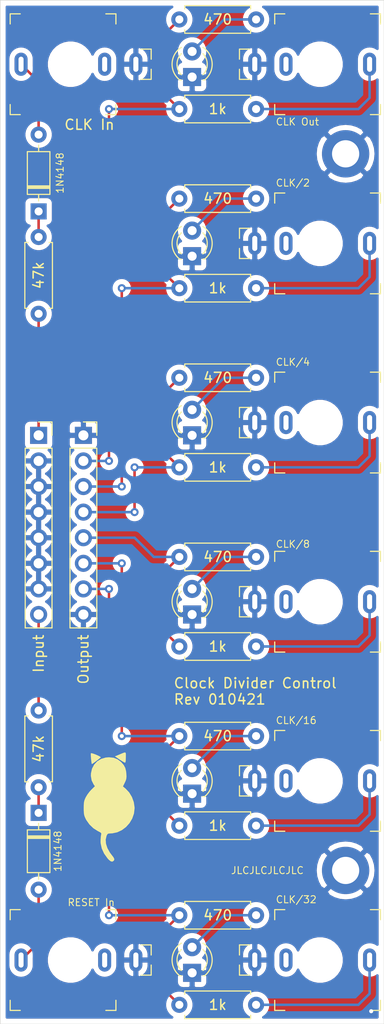
<source format=kicad_pcb>
(kicad_pcb (version 20171130) (host pcbnew "(5.1.9)-1")
  (layers (0 F.Cu signal) (31 B.Cu signal) (34 B.Paste user) (35 F.Paste user) (36 B.SilkS user) (37 F.SilkS user) (38 B.Mask user) (39 F.Mask user) (44 Edge.Cuts user))
  (net 0 "")
  (net 1 GND)
  (net 2 "Net-(D1-Pad2)")
  (net 3 "Net-(D1-Pad1)")
  (net 4 "Net-(D2-Pad2)")
  (net 5 "Net-(D2-Pad1)")
  (net 6 "Net-(D4-Pad2)")
  (net 7 "Net-(D5-Pad2)")
  (net 8 "Net-(D6-Pad2)")
  (net 9 "Net-(D7-Pad2)")
  (net 10 "Net-(D8-Pad2)")
  (net 11 "Net-(J4-PadT)")
  (net 12 "Net-(J5-PadT)")
  (net 13 "Net-(J6-PadT)")
  (net 14 "Net-(J7-PadT)")
  (net 15 "Net-(J8-PadT)")
  (net 16 "Net-(D9-Pad2)")
  (net 17 "Net-(J9-PadT)")
  (net 18 "Net-(J3-Pad8)")
  (net 19 "Net-(J3-Pad1)")
  (net 20 "Net-(J10-Pad7)")
  (net 21 "Net-(J10-Pad6)")
  (net 22 "Net-(J10-Pad5)")
  (net 23 "Net-(J10-Pad4)")
  (net 24 "Net-(J10-Pad3)")
  (net 25 "Net-(J10-Pad2)")
  (module "Logos:CATs Tiny" (layer F.Cu) (at 10.795 80.01)
    (fp_text reference G*** hide)
    (fp_text value LOGO hide)
    (fp_poly (pts (xy 0.456975 -4.829467) (xy 0.844529 -4.680439) (xy 1.191874 -4.417732) (xy 1.225458 -4.384822) (xy 1.464055 -4.107912) (xy 1.614725 -3.824626) (xy 1.697509 -3.48841) (xy 1.723932 -3.226841) (xy 1.734654 -2.951323) (xy 1.716742 -2.749366) (xy 1.65967 -2.562077) (xy 1.569921 -2.365136) (xy 1.384587 -1.986327) (xy 1.6542 -1.762371) (xy 2.003462 -1.391333) (xy 2.277837 -0.934957) (xy 2.461494 -0.427833) (xy 2.538602 0.095445) (xy 2.54 0.173282) (xy 2.479094 0.70132) (xy 2.306737 1.199219) (xy 2.038466 1.650702) (xy 1.689822 2.039491) (xy 1.276342 2.34931) (xy 0.813566 2.56388) (xy 0.317032 2.666923) (xy 0.153071 2.673684) (xy -0.034668 2.683029) (xy -0.140304 2.732592) (xy -0.215185 2.854664) (xy -0.245147 2.924124) (xy -0.328912 3.292435) (xy -0.298378 3.702429) (xy -0.158607 4.135591) (xy 0.085336 4.573404) (xy 0.274598 4.824623) (xy 0.44326 5.045034) (xy 0.52047 5.201237) (xy 0.514114 5.318485) (xy 0.454526 5.400842) (xy 0.324072 5.474092) (xy 0.173517 5.440022) (xy -0.011028 5.293) (xy -0.130663 5.163553) (xy -0.480998 4.677667) (xy -0.713949 4.170772) (xy -0.8228 3.658744) (xy -0.830224 3.509211) (xy -0.825258 3.237845) (xy -0.807069 2.990606) (xy -0.782155 2.833508) (xy -0.759598 2.718381) (xy -0.780562 2.638134) (xy -0.86865 2.564707) (xy -1.047465 2.470041) (xy -1.116366 2.436221) (xy -1.549326 2.159047) (xy -1.938428 1.784867) (xy -2.247699 1.350126) (xy -2.315877 1.220895) (xy -2.404608 1.024189) (xy -2.460164 0.848821) (xy -2.490089 0.652432) (xy -2.501923 0.392661) (xy -2.503487 0.167105) (xy -2.499561 -0.156144) (xy -2.482584 -0.388705) (xy -2.444758 -0.573474) (xy -2.378284 -0.753342) (xy -2.309046 -0.902368) (xy -2.143994 -1.180462) (xy -1.923215 -1.472277) (xy -1.755235 -1.655242) (xy -1.395863 -2.007063) (xy -1.52418 -2.189979) (xy -1.717078 -2.579583) (xy -1.793965 -3.026348) (xy -1.787131 -3.273137) (xy -1.682718 -3.746388) (xy -1.46985 -4.15336) (xy -1.162458 -4.481549) (xy -0.774479 -4.718456) (xy -0.319844 -4.851579) (xy 0 -4.876538) (xy 0.456975 -4.829467)) (layer F.SilkS) (width 0.01))
    (fp_poly (pts (xy -1.562706 -5.239162) (xy -1.330645 -5.154334) (xy -1.283703 -5.135003) (xy -1.058284 -5.033511) (xy -0.893477 -4.945537) (xy -0.817481 -4.886585) (xy -0.815808 -4.877756) (xy -0.873658 -4.81923) (xy -1.007804 -4.70839) (xy -1.186161 -4.56946) (xy -1.376644 -4.426659) (xy -1.547168 -4.304209) (xy -1.66565 -4.22633) (xy -1.698959 -4.211053) (xy -1.717896 -4.272226) (xy -1.742797 -4.433953) (xy -1.768786 -4.663544) (xy -1.772965 -4.707022) (xy -1.792492 -4.956568) (xy -1.800971 -5.155657) (xy -1.79686 -5.265493) (xy -1.795379 -5.271027) (xy -1.726325 -5.280374) (xy -1.562706 -5.239162)) (layer F.SilkS) (width 0.01))
    (fp_poly (pts (xy 1.658089 -5.308771) (xy 1.673741 -5.187171) (xy 1.671837 -4.983051) (xy 1.671052 -4.877819) (xy 1.6641 -4.588967) (xy 1.641688 -4.418388) (xy 1.601483 -4.351319) (xy 1.5875 -4.349029) (xy 1.496195 -4.386629) (xy 1.327628 -4.482723) (xy 1.113766 -4.618727) (xy 1.049907 -4.661574) (xy 0.595867 -4.969826) (xy 0.983065 -5.130296) (xy 1.287368 -5.258615) (xy 1.486744 -5.336478) (xy 1.603037 -5.355868) (xy 1.658089 -5.308771)) (layer F.SilkS) (width 0.01))
  )
  (module MountingHole:MountingHole_2.7mm_M2.5_DIN965_Pad (layer F.Cu) (at 34.29 86.36)
    (fp_text reference H2 hide)
    (fp_text value MountingHole_Pad hide)
    (pad 1 thru_hole circle (at 0 0) (size 4.7 4.7) (drill 2.7) (layers *.Cu *.Mask) (net 1 GND))
  )
  (module MountingHole:MountingHole_2.7mm_M2.5_DIN965_Pad (layer F.Cu) (at 34.29 15.24)
    (fp_text reference H1 hide)
    (fp_text value MountingHole_Pad hide)
    (pad 1 thru_hole circle (at 0 0) (size 4.7 4.7) (drill 2.7) (layers *.Cu *.Mask) (net 1 GND))
  )
  (module Connector_PinSocket_2.54mm:PinSocket_1x08_P2.54mm_Vertical (layer F.Cu) (at 8.255 43.18)
    (fp_text reference J10 hide)
    (fp_text value Output (at 0 19.685 90) (layer F.SilkS) (effects (justify right)))
    (fp_line (start 0 -1.33) (end 1.33 -1.33) (layer F.SilkS) (width 0.12))
    (fp_line (start 1.33 -1.33) (end 1.33 0) (layer F.SilkS) (width 0.12))
    (fp_line (start 1.33 1.27) (end 1.33 19.11) (layer F.SilkS) (width 0.12))
    (fp_line (start -1.33 19.11) (end 1.33 19.11) (layer F.SilkS) (width 0.12))
    (fp_line (start -1.33 1.27) (end -1.33 19.11) (layer F.SilkS) (width 0.12))
    (fp_line (start -1.33 1.27) (end 1.33 1.27) (layer F.SilkS) (width 0.12))
    (pad 8 thru_hole oval (at 0 17.78) (size 1.7 1.7) (drill 1) (layers *.Cu *.Mask) (net 1 GND))
    (pad 7 thru_hole oval (at 0 15.24) (size 1.7 1.7) (drill 1) (layers *.Cu *.Mask) (net 20 "Net-(J10-Pad7)"))
    (pad 6 thru_hole oval (at 0 12.7) (size 1.7 1.7) (drill 1) (layers *.Cu *.Mask) (net 21 "Net-(J10-Pad6)"))
    (pad 5 thru_hole oval (at 0 10.16) (size 1.7 1.7) (drill 1) (layers *.Cu *.Mask) (net 22 "Net-(J10-Pad5)"))
    (pad 4 thru_hole oval (at 0 7.62) (size 1.7 1.7) (drill 1) (layers *.Cu *.Mask) (net 23 "Net-(J10-Pad4)"))
    (pad 3 thru_hole oval (at 0 5.08) (size 1.7 1.7) (drill 1) (layers *.Cu *.Mask) (net 24 "Net-(J10-Pad3)"))
    (pad 2 thru_hole oval (at 0 2.54) (size 1.7 1.7) (drill 1) (layers *.Cu *.Mask) (net 25 "Net-(J10-Pad2)"))
    (pad 1 thru_hole rect (at 0 0) (size 1.7 1.7) (drill 1) (layers *.Cu *.Mask) (net 1 GND))
  )
  (module Connector_PinSocket_2.54mm:PinSocket_1x08_P2.54mm_Vertical (layer F.Cu) (at 3.81 43.18)
    (fp_text reference J3 hide)
    (fp_text value Input (at 0 19.685 90) (layer F.SilkS) (effects (justify right)))
    (fp_line (start 0 -1.33) (end 1.33 -1.33) (layer F.SilkS) (width 0.12))
    (fp_line (start 1.33 -1.33) (end 1.33 0) (layer F.SilkS) (width 0.12))
    (fp_line (start 1.33 1.27) (end 1.33 19.11) (layer F.SilkS) (width 0.12))
    (fp_line (start -1.33 19.11) (end 1.33 19.11) (layer F.SilkS) (width 0.12))
    (fp_line (start -1.33 1.27) (end -1.33 19.11) (layer F.SilkS) (width 0.12))
    (fp_line (start -1.33 1.27) (end 1.33 1.27) (layer F.SilkS) (width 0.12))
    (pad 8 thru_hole oval (at 0 17.78) (size 1.7 1.7) (drill 1) (layers *.Cu *.Mask) (net 18 "Net-(J3-Pad8)"))
    (pad 7 thru_hole oval (at 0 15.24) (size 1.7 1.7) (drill 1) (layers *.Cu *.Mask) (net 1 GND))
    (pad 6 thru_hole oval (at 0 12.7) (size 1.7 1.7) (drill 1) (layers *.Cu *.Mask) (net 1 GND))
    (pad 5 thru_hole oval (at 0 10.16) (size 1.7 1.7) (drill 1) (layers *.Cu *.Mask) (net 1 GND))
    (pad 4 thru_hole oval (at 0 7.62) (size 1.7 1.7) (drill 1) (layers *.Cu *.Mask) (net 1 GND))
    (pad 3 thru_hole oval (at 0 5.08) (size 1.7 1.7) (drill 1) (layers *.Cu *.Mask) (net 1 GND))
    (pad 2 thru_hole oval (at 0 2.54) (size 1.7 1.7) (drill 1) (layers *.Cu *.Mask) (net 1 GND))
    (pad 1 thru_hole rect (at 0 0) (size 1.7 1.7) (drill 1) (layers *.Cu *.Mask) (net 19 "Net-(J3-Pad1)"))
  )
  (module Resistor_THT:R_Axial_DIN0207_L6.3mm_D2.5mm_P7.62mm_Horizontal (layer F.Cu) (at 17.78 1.905)
    (fp_text reference R29 hide)
    (fp_text value 470 (at 3.81 0) (layer F.SilkS))
    (fp_line (start 0.54 -1.04) (end 0.54 -1.37) (layer F.SilkS) (width 0.12))
    (fp_line (start 0.54 -1.37) (end 7.08 -1.37) (layer F.SilkS) (width 0.12))
    (fp_line (start 7.08 -1.37) (end 7.08 -1.04) (layer F.SilkS) (width 0.12))
    (fp_line (start 0.54 1.04) (end 0.54 1.37) (layer F.SilkS) (width 0.12))
    (fp_line (start 0.54 1.37) (end 7.08 1.37) (layer F.SilkS) (width 0.12))
    (fp_line (start 7.08 1.37) (end 7.08 1.04) (layer F.SilkS) (width 0.12))
    (pad 2 thru_hole oval (at 7.62 0) (size 1.6 1.6) (drill 0.8) (layers *.Cu *.Mask) (net 16 "Net-(D9-Pad2)"))
    (pad 1 thru_hole circle (at 0 0) (size 1.6 1.6) (drill 0.8) (layers *.Cu *.Mask) (net 25 "Net-(J10-Pad2)"))
  )
  (module Resistor_THT:R_Axial_DIN0207_L6.3mm_D2.5mm_P7.62mm_Horizontal (layer F.Cu) (at 17.78 10.795)
    (fp_text reference R28 hide)
    (fp_text value 1k (at 3.81 0) (layer F.SilkS))
    (fp_line (start 0.54 -1.04) (end 0.54 -1.37) (layer F.SilkS) (width 0.12))
    (fp_line (start 0.54 -1.37) (end 7.08 -1.37) (layer F.SilkS) (width 0.12))
    (fp_line (start 7.08 -1.37) (end 7.08 -1.04) (layer F.SilkS) (width 0.12))
    (fp_line (start 0.54 1.04) (end 0.54 1.37) (layer F.SilkS) (width 0.12))
    (fp_line (start 0.54 1.37) (end 7.08 1.37) (layer F.SilkS) (width 0.12))
    (fp_line (start 7.08 1.37) (end 7.08 1.04) (layer F.SilkS) (width 0.12))
    (pad 2 thru_hole oval (at 7.62 0) (size 1.6 1.6) (drill 0.8) (layers *.Cu *.Mask) (net 17 "Net-(J9-PadT)"))
    (pad 1 thru_hole circle (at 0 0) (size 1.6 1.6) (drill 0.8) (layers *.Cu *.Mask) (net 25 "Net-(J10-Pad2)"))
  )
  (module Connector_Audio_PJSeries:PJ-301-M-12 (layer F.Cu) (at 31.75 6.35 270)
    (fp_text reference J9 hide)
    (fp_text value "CLK Out" (at 5.715 4.445) (layer F.SilkS) (effects (font (size 0.7 0.7) (thickness 0.1)) (justify left)))
    (fp_line (start 1.5 8) (end 1.5 7) (layer F.SilkS) (width 0.12))
    (fp_line (start 0.5 8) (end 1.5 8) (layer F.SilkS) (width 0.12))
    (fp_line (start -1.5 8) (end -0.5 8) (layer F.SilkS) (width 0.12))
    (fp_line (start -1.5 7) (end -1.5 8) (layer F.SilkS) (width 0.12))
    (fp_line (start 4 -6) (end 5 -6) (layer F.SilkS) (width 0.12))
    (fp_line (start 5 -6) (end 5 -5) (layer F.SilkS) (width 0.12))
    (fp_line (start -4 -6) (end -5 -6) (layer F.SilkS) (width 0.12))
    (fp_line (start -5 -6) (end -5 -5) (layer F.SilkS) (width 0.12))
    (fp_line (start -5 3.5) (end -5 4.5) (layer F.SilkS) (width 0.12))
    (fp_line (start -5 4.5) (end -4 4.5) (layer F.SilkS) (width 0.12))
    (fp_line (start 5 3.5) (end 5 4.5) (layer F.SilkS) (width 0.12))
    (fp_line (start 5 4.5) (end 4 4.5) (layer F.SilkS) (width 0.12))
    (pad T thru_hole oval (at 0 -4.92 270) (size 2.3 1.3) (drill oval 1.5 0.5) (layers *.Cu *.Mask) (net 17 "Net-(J9-PadT)"))
    (pad TN thru_hole oval (at 0 3.38 270) (size 2.3 1.3) (drill oval 1.5 0.5) (layers *.Cu *.Mask))
    (pad S thru_hole oval (at 0 6.48 270) (size 2.3 1.3) (drill oval 1.5 0.5) (layers *.Cu *.Mask) (net 1 GND))
    (pad "" np_thru_hole circle (at 0 0 270) (size 3.5 3.5) (drill 3.5) (layers *.Cu *.Mask))
  )
  (module LED_THT:LED_D3.0mm (layer F.Cu) (at 19.05 7.62 90)
    (fp_text reference D9 hide)
    (fp_text value LED hide)
    (fp_line (start -0.29 -1.236) (end -0.29 -1.08) (layer F.SilkS) (width 0.12))
    (fp_line (start -0.29 1.08) (end -0.29 1.236) (layer F.SilkS) (width 0.12))
    (fp_arc (start 1.27 0) (end 0.229039 1.08) (angle -87.9) (layer F.SilkS) (width 0.12))
    (fp_arc (start 1.27 0) (end 0.229039 -1.08) (angle 87.9) (layer F.SilkS) (width 0.12))
    (fp_arc (start 1.27 0) (end -0.29 1.235516) (angle -108.8) (layer F.SilkS) (width 0.12))
    (fp_arc (start 1.27 0) (end -0.29 -1.235516) (angle 108.8) (layer F.SilkS) (width 0.12))
    (pad 2 thru_hole circle (at 2.54 0 90) (size 1.8 1.8) (drill 0.9) (layers *.Cu *.Mask) (net 16 "Net-(D9-Pad2)"))
    (pad 1 thru_hole rect (at 0 0 90) (size 1.8 1.8) (drill 0.9) (layers *.Cu *.Mask) (net 1 GND))
  )
  (module Connector_Audio_PJSeries:PJ-301-M-12 (layer F.Cu) (at 31.75 95.25 270)
    (fp_text reference J8 hide)
    (fp_text value CLK/32 (at -6 4.445) (layer F.SilkS) (effects (font (size 0.7 0.7) (thickness 0.1)) (justify left)))
    (fp_line (start 1.5 8) (end 1.5 7) (layer F.SilkS) (width 0.12))
    (fp_line (start 0.5 8) (end 1.5 8) (layer F.SilkS) (width 0.12))
    (fp_line (start -1.5 8) (end -0.5 8) (layer F.SilkS) (width 0.12))
    (fp_line (start -1.5 7) (end -1.5 8) (layer F.SilkS) (width 0.12))
    (fp_line (start 4 -6) (end 5 -6) (layer F.SilkS) (width 0.12))
    (fp_line (start 5 -6) (end 5 -5) (layer F.SilkS) (width 0.12))
    (fp_line (start -4 -6) (end -5 -6) (layer F.SilkS) (width 0.12))
    (fp_line (start -5 -6) (end -5 -5) (layer F.SilkS) (width 0.12))
    (fp_line (start -5 3.5) (end -5 4.5) (layer F.SilkS) (width 0.12))
    (fp_line (start -5 4.5) (end -4 4.5) (layer F.SilkS) (width 0.12))
    (fp_line (start 5 3.5) (end 5 4.5) (layer F.SilkS) (width 0.12))
    (fp_line (start 5 4.5) (end 4 4.5) (layer F.SilkS) (width 0.12))
    (pad T thru_hole oval (at 0 -4.92 270) (size 2.3 1.3) (drill oval 1.5 0.5) (layers *.Cu *.Mask) (net 15 "Net-(J8-PadT)"))
    (pad TN thru_hole oval (at 0 3.38 270) (size 2.3 1.3) (drill oval 1.5 0.5) (layers *.Cu *.Mask))
    (pad S thru_hole oval (at 0 6.48 270) (size 2.3 1.3) (drill oval 1.5 0.5) (layers *.Cu *.Mask) (net 1 GND))
    (pad "" np_thru_hole circle (at 0 0 270) (size 3.5 3.5) (drill 3.5) (layers *.Cu *.Mask))
  )
  (module Connector_Audio_PJSeries:PJ-301-M-12 (layer F.Cu) (at 31.75 77.47 270)
    (fp_text reference J7 hide)
    (fp_text value CLK/16 (at -6 4.445) (layer F.SilkS) (effects (font (size 0.7 0.7) (thickness 0.1)) (justify left)))
    (fp_line (start 1.5 8) (end 1.5 7) (layer F.SilkS) (width 0.12))
    (fp_line (start 0.5 8) (end 1.5 8) (layer F.SilkS) (width 0.12))
    (fp_line (start -1.5 8) (end -0.5 8) (layer F.SilkS) (width 0.12))
    (fp_line (start -1.5 7) (end -1.5 8) (layer F.SilkS) (width 0.12))
    (fp_line (start 4 -6) (end 5 -6) (layer F.SilkS) (width 0.12))
    (fp_line (start 5 -6) (end 5 -5) (layer F.SilkS) (width 0.12))
    (fp_line (start -4 -6) (end -5 -6) (layer F.SilkS) (width 0.12))
    (fp_line (start -5 -6) (end -5 -5) (layer F.SilkS) (width 0.12))
    (fp_line (start -5 3.5) (end -5 4.5) (layer F.SilkS) (width 0.12))
    (fp_line (start -5 4.5) (end -4 4.5) (layer F.SilkS) (width 0.12))
    (fp_line (start 5 3.5) (end 5 4.5) (layer F.SilkS) (width 0.12))
    (fp_line (start 5 4.5) (end 4 4.5) (layer F.SilkS) (width 0.12))
    (pad T thru_hole oval (at 0 -4.92 270) (size 2.3 1.3) (drill oval 1.5 0.5) (layers *.Cu *.Mask) (net 14 "Net-(J7-PadT)"))
    (pad TN thru_hole oval (at 0 3.38 270) (size 2.3 1.3) (drill oval 1.5 0.5) (layers *.Cu *.Mask))
    (pad S thru_hole oval (at 0 6.48 270) (size 2.3 1.3) (drill oval 1.5 0.5) (layers *.Cu *.Mask) (net 1 GND))
    (pad "" np_thru_hole circle (at 0 0 270) (size 3.5 3.5) (drill 3.5) (layers *.Cu *.Mask))
  )
  (module Connector_Audio_PJSeries:PJ-301-M-12 (layer F.Cu) (at 31.75 59.69 270)
    (fp_text reference J6 hide)
    (fp_text value CLK/8 (at -5.715 4.445) (layer F.SilkS) (effects (font (size 0.7 0.7) (thickness 0.1)) (justify left)))
    (fp_line (start 1.5 8) (end 1.5 7) (layer F.SilkS) (width 0.12))
    (fp_line (start 0.5 8) (end 1.5 8) (layer F.SilkS) (width 0.12))
    (fp_line (start -1.5 8) (end -0.5 8) (layer F.SilkS) (width 0.12))
    (fp_line (start -1.5 7) (end -1.5 8) (layer F.SilkS) (width 0.12))
    (fp_line (start 4 -6) (end 5 -6) (layer F.SilkS) (width 0.12))
    (fp_line (start 5 -6) (end 5 -5) (layer F.SilkS) (width 0.12))
    (fp_line (start -4 -6) (end -5 -6) (layer F.SilkS) (width 0.12))
    (fp_line (start -5 -6) (end -5 -5) (layer F.SilkS) (width 0.12))
    (fp_line (start -5 3.5) (end -5 4.5) (layer F.SilkS) (width 0.12))
    (fp_line (start -5 4.5) (end -4 4.5) (layer F.SilkS) (width 0.12))
    (fp_line (start 5 3.5) (end 5 4.5) (layer F.SilkS) (width 0.12))
    (fp_line (start 5 4.5) (end 4 4.5) (layer F.SilkS) (width 0.12))
    (pad T thru_hole oval (at 0 -4.92 270) (size 2.3 1.3) (drill oval 1.5 0.5) (layers *.Cu *.Mask) (net 13 "Net-(J6-PadT)"))
    (pad TN thru_hole oval (at 0 3.38 270) (size 2.3 1.3) (drill oval 1.5 0.5) (layers *.Cu *.Mask))
    (pad S thru_hole oval (at 0 6.48 270) (size 2.3 1.3) (drill oval 1.5 0.5) (layers *.Cu *.Mask) (net 1 GND))
    (pad "" np_thru_hole circle (at 0 0 270) (size 3.5 3.5) (drill 3.5) (layers *.Cu *.Mask))
  )
  (module Connector_Audio_PJSeries:PJ-301-M-12 (layer F.Cu) (at 31.75 41.91 270)
    (fp_text reference J5 hide)
    (fp_text value CLK/4 (at -6 4.445) (layer F.SilkS) (effects (font (size 0.7 0.7) (thickness 0.1)) (justify left)))
    (fp_line (start 1.5 8) (end 1.5 7) (layer F.SilkS) (width 0.12))
    (fp_line (start 0.5 8) (end 1.5 8) (layer F.SilkS) (width 0.12))
    (fp_line (start -1.5 8) (end -0.5 8) (layer F.SilkS) (width 0.12))
    (fp_line (start -1.5 7) (end -1.5 8) (layer F.SilkS) (width 0.12))
    (fp_line (start 4 -6) (end 5 -6) (layer F.SilkS) (width 0.12))
    (fp_line (start 5 -6) (end 5 -5) (layer F.SilkS) (width 0.12))
    (fp_line (start -4 -6) (end -5 -6) (layer F.SilkS) (width 0.12))
    (fp_line (start -5 -6) (end -5 -5) (layer F.SilkS) (width 0.12))
    (fp_line (start -5 3.5) (end -5 4.5) (layer F.SilkS) (width 0.12))
    (fp_line (start -5 4.5) (end -4 4.5) (layer F.SilkS) (width 0.12))
    (fp_line (start 5 3.5) (end 5 4.5) (layer F.SilkS) (width 0.12))
    (fp_line (start 5 4.5) (end 4 4.5) (layer F.SilkS) (width 0.12))
    (pad T thru_hole oval (at 0 -4.92 270) (size 2.3 1.3) (drill oval 1.5 0.5) (layers *.Cu *.Mask) (net 12 "Net-(J5-PadT)"))
    (pad TN thru_hole oval (at 0 3.38 270) (size 2.3 1.3) (drill oval 1.5 0.5) (layers *.Cu *.Mask))
    (pad S thru_hole oval (at 0 6.48 270) (size 2.3 1.3) (drill oval 1.5 0.5) (layers *.Cu *.Mask) (net 1 GND))
    (pad "" np_thru_hole circle (at 0 0 270) (size 3.5 3.5) (drill 3.5) (layers *.Cu *.Mask))
  )
  (module Connector_Audio_PJSeries:PJ-301-M-12 (layer F.Cu) (at 31.75 24.13 270)
    (fp_text reference J4 hide)
    (fp_text value CLK/2 (at -6 4.445) (layer F.SilkS) (effects (font (size 0.7 0.7) (thickness 0.1)) (justify left)))
    (fp_line (start 1.5 8) (end 1.5 7) (layer F.SilkS) (width 0.12))
    (fp_line (start 0.5 8) (end 1.5 8) (layer F.SilkS) (width 0.12))
    (fp_line (start -1.5 8) (end -0.5 8) (layer F.SilkS) (width 0.12))
    (fp_line (start -1.5 7) (end -1.5 8) (layer F.SilkS) (width 0.12))
    (fp_line (start 4 -6) (end 5 -6) (layer F.SilkS) (width 0.12))
    (fp_line (start 5 -6) (end 5 -5) (layer F.SilkS) (width 0.12))
    (fp_line (start -4 -6) (end -5 -6) (layer F.SilkS) (width 0.12))
    (fp_line (start -5 -6) (end -5 -5) (layer F.SilkS) (width 0.12))
    (fp_line (start -5 3.5) (end -5 4.5) (layer F.SilkS) (width 0.12))
    (fp_line (start -5 4.5) (end -4 4.5) (layer F.SilkS) (width 0.12))
    (fp_line (start 5 3.5) (end 5 4.5) (layer F.SilkS) (width 0.12))
    (fp_line (start 5 4.5) (end 4 4.5) (layer F.SilkS) (width 0.12))
    (pad T thru_hole oval (at 0 -4.92 270) (size 2.3 1.3) (drill oval 1.5 0.5) (layers *.Cu *.Mask) (net 11 "Net-(J4-PadT)"))
    (pad TN thru_hole oval (at 0 3.38 270) (size 2.3 1.3) (drill oval 1.5 0.5) (layers *.Cu *.Mask))
    (pad S thru_hole oval (at 0 6.48 270) (size 2.3 1.3) (drill oval 1.5 0.5) (layers *.Cu *.Mask) (net 1 GND))
    (pad "" np_thru_hole circle (at 0 0 270) (size 3.5 3.5) (drill 3.5) (layers *.Cu *.Mask))
  )
  (module Connector_Audio_PJSeries:PJ-301-M-12 (layer F.Cu) (at 6.985 95.25 90)
    (fp_text reference J2 hide)
    (fp_text value "RESET In" (at 5.715 4.445) (layer F.SilkS) (effects (font (size 0.7 0.7) (thickness 0.1)) (justify right)))
    (fp_line (start 1.5 8) (end 1.5 7) (layer F.SilkS) (width 0.12))
    (fp_line (start 0.5 8) (end 1.5 8) (layer F.SilkS) (width 0.12))
    (fp_line (start -1.5 8) (end -0.5 8) (layer F.SilkS) (width 0.12))
    (fp_line (start -1.5 7) (end -1.5 8) (layer F.SilkS) (width 0.12))
    (fp_line (start 4 -6) (end 5 -6) (layer F.SilkS) (width 0.12))
    (fp_line (start 5 -6) (end 5 -5) (layer F.SilkS) (width 0.12))
    (fp_line (start -4 -6) (end -5 -6) (layer F.SilkS) (width 0.12))
    (fp_line (start -5 -6) (end -5 -5) (layer F.SilkS) (width 0.12))
    (fp_line (start -5 3.5) (end -5 4.5) (layer F.SilkS) (width 0.12))
    (fp_line (start -5 4.5) (end -4 4.5) (layer F.SilkS) (width 0.12))
    (fp_line (start 5 3.5) (end 5 4.5) (layer F.SilkS) (width 0.12))
    (fp_line (start 5 4.5) (end 4 4.5) (layer F.SilkS) (width 0.12))
    (pad T thru_hole oval (at 0 -4.92 90) (size 2.3 1.3) (drill oval 1.5 0.5) (layers *.Cu *.Mask) (net 4 "Net-(D2-Pad2)"))
    (pad TN thru_hole oval (at 0 3.38 90) (size 2.3 1.3) (drill oval 1.5 0.5) (layers *.Cu *.Mask))
    (pad S thru_hole oval (at 0 6.48 90) (size 2.3 1.3) (drill oval 1.5 0.5) (layers *.Cu *.Mask) (net 1 GND))
    (pad "" np_thru_hole circle (at 0 0 90) (size 3.5 3.5) (drill 3.5) (layers *.Cu *.Mask))
  )
  (module Connector_Audio_PJSeries:PJ-301-M-12 (layer F.Cu) (at 6.985 6.35 90)
    (fp_text reference J1 hide)
    (fp_text value "CLK In" (at -6 4.445) (layer F.SilkS) (effects (justify right)))
    (fp_line (start 1.5 8) (end 1.5 7) (layer F.SilkS) (width 0.12))
    (fp_line (start 0.5 8) (end 1.5 8) (layer F.SilkS) (width 0.12))
    (fp_line (start -1.5 8) (end -0.5 8) (layer F.SilkS) (width 0.12))
    (fp_line (start -1.5 7) (end -1.5 8) (layer F.SilkS) (width 0.12))
    (fp_line (start 4 -6) (end 5 -6) (layer F.SilkS) (width 0.12))
    (fp_line (start 5 -6) (end 5 -5) (layer F.SilkS) (width 0.12))
    (fp_line (start -4 -6) (end -5 -6) (layer F.SilkS) (width 0.12))
    (fp_line (start -5 -6) (end -5 -5) (layer F.SilkS) (width 0.12))
    (fp_line (start -5 3.5) (end -5 4.5) (layer F.SilkS) (width 0.12))
    (fp_line (start -5 4.5) (end -4 4.5) (layer F.SilkS) (width 0.12))
    (fp_line (start 5 3.5) (end 5 4.5) (layer F.SilkS) (width 0.12))
    (fp_line (start 5 4.5) (end 4 4.5) (layer F.SilkS) (width 0.12))
    (pad T thru_hole oval (at 0 -4.92 90) (size 2.3 1.3) (drill oval 1.5 0.5) (layers *.Cu *.Mask) (net 2 "Net-(D1-Pad2)"))
    (pad TN thru_hole oval (at 0 3.38 90) (size 2.3 1.3) (drill oval 1.5 0.5) (layers *.Cu *.Mask))
    (pad S thru_hole oval (at 0 6.48 90) (size 2.3 1.3) (drill oval 1.5 0.5) (layers *.Cu *.Mask) (net 1 GND))
    (pad "" np_thru_hole circle (at 0 0 90) (size 3.5 3.5) (drill 3.5) (layers *.Cu *.Mask))
  )
  (module LED_THT:LED_D3.0mm (layer F.Cu) (at 19.05 96.52 90)
    (fp_text reference D8 hide)
    (fp_text value LED hide)
    (fp_line (start -0.29 -1.236) (end -0.29 -1.08) (layer F.SilkS) (width 0.12))
    (fp_line (start -0.29 1.08) (end -0.29 1.236) (layer F.SilkS) (width 0.12))
    (fp_arc (start 1.27 0) (end 0.229039 1.08) (angle -87.9) (layer F.SilkS) (width 0.12))
    (fp_arc (start 1.27 0) (end 0.229039 -1.08) (angle 87.9) (layer F.SilkS) (width 0.12))
    (fp_arc (start 1.27 0) (end -0.29 1.235516) (angle -108.8) (layer F.SilkS) (width 0.12))
    (fp_arc (start 1.27 0) (end -0.29 -1.235516) (angle 108.8) (layer F.SilkS) (width 0.12))
    (pad 2 thru_hole circle (at 2.54 0 90) (size 1.8 1.8) (drill 0.9) (layers *.Cu *.Mask) (net 10 "Net-(D8-Pad2)"))
    (pad 1 thru_hole rect (at 0 0 90) (size 1.8 1.8) (drill 0.9) (layers *.Cu *.Mask) (net 1 GND))
  )
  (module LED_THT:LED_D3.0mm (layer F.Cu) (at 19.05 78.74 90)
    (fp_text reference D7 hide)
    (fp_text value LED hide)
    (fp_line (start -0.29 -1.236) (end -0.29 -1.08) (layer F.SilkS) (width 0.12))
    (fp_line (start -0.29 1.08) (end -0.29 1.236) (layer F.SilkS) (width 0.12))
    (fp_arc (start 1.27 0) (end 0.229039 1.08) (angle -87.9) (layer F.SilkS) (width 0.12))
    (fp_arc (start 1.27 0) (end 0.229039 -1.08) (angle 87.9) (layer F.SilkS) (width 0.12))
    (fp_arc (start 1.27 0) (end -0.29 1.235516) (angle -108.8) (layer F.SilkS) (width 0.12))
    (fp_arc (start 1.27 0) (end -0.29 -1.235516) (angle 108.8) (layer F.SilkS) (width 0.12))
    (pad 2 thru_hole circle (at 2.54 0 90) (size 1.8 1.8) (drill 0.9) (layers *.Cu *.Mask) (net 9 "Net-(D7-Pad2)"))
    (pad 1 thru_hole rect (at 0 0 90) (size 1.8 1.8) (drill 0.9) (layers *.Cu *.Mask) (net 1 GND))
  )
  (module LED_THT:LED_D3.0mm (layer F.Cu) (at 19.05 60.96 90)
    (fp_text reference D6 hide)
    (fp_text value LED hide)
    (fp_line (start -0.29 -1.236) (end -0.29 -1.08) (layer F.SilkS) (width 0.12))
    (fp_line (start -0.29 1.08) (end -0.29 1.236) (layer F.SilkS) (width 0.12))
    (fp_arc (start 1.27 0) (end 0.229039 1.08) (angle -87.9) (layer F.SilkS) (width 0.12))
    (fp_arc (start 1.27 0) (end 0.229039 -1.08) (angle 87.9) (layer F.SilkS) (width 0.12))
    (fp_arc (start 1.27 0) (end -0.29 1.235516) (angle -108.8) (layer F.SilkS) (width 0.12))
    (fp_arc (start 1.27 0) (end -0.29 -1.235516) (angle 108.8) (layer F.SilkS) (width 0.12))
    (pad 2 thru_hole circle (at 2.54 0 90) (size 1.8 1.8) (drill 0.9) (layers *.Cu *.Mask) (net 8 "Net-(D6-Pad2)"))
    (pad 1 thru_hole rect (at 0 0 90) (size 1.8 1.8) (drill 0.9) (layers *.Cu *.Mask) (net 1 GND))
  )
  (module LED_THT:LED_D3.0mm (layer F.Cu) (at 19.05 43.18 90)
    (fp_text reference D5 hide)
    (fp_text value LED hide)
    (fp_line (start -0.29 -1.236) (end -0.29 -1.08) (layer F.SilkS) (width 0.12))
    (fp_line (start -0.29 1.08) (end -0.29 1.236) (layer F.SilkS) (width 0.12))
    (fp_arc (start 1.27 0) (end 0.229039 1.08) (angle -87.9) (layer F.SilkS) (width 0.12))
    (fp_arc (start 1.27 0) (end 0.229039 -1.08) (angle 87.9) (layer F.SilkS) (width 0.12))
    (fp_arc (start 1.27 0) (end -0.29 1.235516) (angle -108.8) (layer F.SilkS) (width 0.12))
    (fp_arc (start 1.27 0) (end -0.29 -1.235516) (angle 108.8) (layer F.SilkS) (width 0.12))
    (pad 2 thru_hole circle (at 2.54 0 90) (size 1.8 1.8) (drill 0.9) (layers *.Cu *.Mask) (net 7 "Net-(D5-Pad2)"))
    (pad 1 thru_hole rect (at 0 0 90) (size 1.8 1.8) (drill 0.9) (layers *.Cu *.Mask) (net 1 GND))
  )
  (module LED_THT:LED_D3.0mm (layer F.Cu) (at 19.05 25.4 90)
    (fp_text reference D4 hide)
    (fp_text value LED hide)
    (fp_line (start -0.29 -1.236) (end -0.29 -1.08) (layer F.SilkS) (width 0.12))
    (fp_line (start -0.29 1.08) (end -0.29 1.236) (layer F.SilkS) (width 0.12))
    (fp_arc (start 1.27 0) (end 0.229039 1.08) (angle -87.9) (layer F.SilkS) (width 0.12))
    (fp_arc (start 1.27 0) (end 0.229039 -1.08) (angle 87.9) (layer F.SilkS) (width 0.12))
    (fp_arc (start 1.27 0) (end -0.29 1.235516) (angle -108.8) (layer F.SilkS) (width 0.12))
    (fp_arc (start 1.27 0) (end -0.29 -1.235516) (angle 108.8) (layer F.SilkS) (width 0.12))
    (pad 2 thru_hole circle (at 2.54 0 90) (size 1.8 1.8) (drill 0.9) (layers *.Cu *.Mask) (net 6 "Net-(D4-Pad2)"))
    (pad 1 thru_hole rect (at 0 0 90) (size 1.8 1.8) (drill 0.9) (layers *.Cu *.Mask) (net 1 GND))
  )
  (module Resistor_THT:R_Axial_DIN0207_L6.3mm_D2.5mm_P7.62mm_Horizontal (layer F.Cu) (at 17.78 90.805)
    (fp_text reference R26 hide)
    (fp_text value 470 (at 3.81 0) (layer F.SilkS))
    (fp_line (start 0.54 -1.04) (end 0.54 -1.37) (layer F.SilkS) (width 0.12))
    (fp_line (start 0.54 -1.37) (end 7.08 -1.37) (layer F.SilkS) (width 0.12))
    (fp_line (start 7.08 -1.37) (end 7.08 -1.04) (layer F.SilkS) (width 0.12))
    (fp_line (start 0.54 1.04) (end 0.54 1.37) (layer F.SilkS) (width 0.12))
    (fp_line (start 0.54 1.37) (end 7.08 1.37) (layer F.SilkS) (width 0.12))
    (fp_line (start 7.08 1.37) (end 7.08 1.04) (layer F.SilkS) (width 0.12))
    (pad 2 thru_hole oval (at 7.62 0) (size 1.6 1.6) (drill 0.8) (layers *.Cu *.Mask) (net 10 "Net-(D8-Pad2)"))
    (pad 1 thru_hole circle (at 0 0) (size 1.6 1.6) (drill 0.8) (layers *.Cu *.Mask) (net 20 "Net-(J10-Pad7)"))
  )
  (module Resistor_THT:R_Axial_DIN0207_L6.3mm_D2.5mm_P7.62mm_Horizontal (layer F.Cu) (at 17.78 99.695)
    (fp_text reference R25 hide)
    (fp_text value 1k (at 3.81 0) (layer F.SilkS))
    (fp_line (start 0.54 -1.04) (end 0.54 -1.37) (layer F.SilkS) (width 0.12))
    (fp_line (start 0.54 -1.37) (end 7.08 -1.37) (layer F.SilkS) (width 0.12))
    (fp_line (start 7.08 -1.37) (end 7.08 -1.04) (layer F.SilkS) (width 0.12))
    (fp_line (start 0.54 1.04) (end 0.54 1.37) (layer F.SilkS) (width 0.12))
    (fp_line (start 0.54 1.37) (end 7.08 1.37) (layer F.SilkS) (width 0.12))
    (fp_line (start 7.08 1.37) (end 7.08 1.04) (layer F.SilkS) (width 0.12))
    (pad 2 thru_hole oval (at 7.62 0) (size 1.6 1.6) (drill 0.8) (layers *.Cu *.Mask) (net 15 "Net-(J8-PadT)"))
    (pad 1 thru_hole circle (at 0 0) (size 1.6 1.6) (drill 0.8) (layers *.Cu *.Mask) (net 20 "Net-(J10-Pad7)"))
  )
  (module Resistor_THT:R_Axial_DIN0207_L6.3mm_D2.5mm_P7.62mm_Horizontal (layer F.Cu) (at 17.78 73.025)
    (fp_text reference R24 hide)
    (fp_text value 470 (at 3.81 0) (layer F.SilkS))
    (fp_line (start 0.54 -1.04) (end 0.54 -1.37) (layer F.SilkS) (width 0.12))
    (fp_line (start 0.54 -1.37) (end 7.08 -1.37) (layer F.SilkS) (width 0.12))
    (fp_line (start 7.08 -1.37) (end 7.08 -1.04) (layer F.SilkS) (width 0.12))
    (fp_line (start 0.54 1.04) (end 0.54 1.37) (layer F.SilkS) (width 0.12))
    (fp_line (start 0.54 1.37) (end 7.08 1.37) (layer F.SilkS) (width 0.12))
    (fp_line (start 7.08 1.37) (end 7.08 1.04) (layer F.SilkS) (width 0.12))
    (pad 2 thru_hole oval (at 7.62 0) (size 1.6 1.6) (drill 0.8) (layers *.Cu *.Mask) (net 9 "Net-(D7-Pad2)"))
    (pad 1 thru_hole circle (at 0 0) (size 1.6 1.6) (drill 0.8) (layers *.Cu *.Mask) (net 21 "Net-(J10-Pad6)"))
  )
  (module Resistor_THT:R_Axial_DIN0207_L6.3mm_D2.5mm_P7.62mm_Horizontal (layer F.Cu) (at 17.78 81.915)
    (fp_text reference R23 hide)
    (fp_text value 1k (at 3.81 0) (layer F.SilkS))
    (fp_line (start 0.54 -1.04) (end 0.54 -1.37) (layer F.SilkS) (width 0.12))
    (fp_line (start 0.54 -1.37) (end 7.08 -1.37) (layer F.SilkS) (width 0.12))
    (fp_line (start 7.08 -1.37) (end 7.08 -1.04) (layer F.SilkS) (width 0.12))
    (fp_line (start 0.54 1.04) (end 0.54 1.37) (layer F.SilkS) (width 0.12))
    (fp_line (start 0.54 1.37) (end 7.08 1.37) (layer F.SilkS) (width 0.12))
    (fp_line (start 7.08 1.37) (end 7.08 1.04) (layer F.SilkS) (width 0.12))
    (pad 2 thru_hole oval (at 7.62 0) (size 1.6 1.6) (drill 0.8) (layers *.Cu *.Mask) (net 14 "Net-(J7-PadT)"))
    (pad 1 thru_hole circle (at 0 0) (size 1.6 1.6) (drill 0.8) (layers *.Cu *.Mask) (net 21 "Net-(J10-Pad6)"))
  )
  (module Resistor_THT:R_Axial_DIN0207_L6.3mm_D2.5mm_P7.62mm_Horizontal (layer F.Cu) (at 17.78 55.245)
    (fp_text reference R22 hide)
    (fp_text value 470 (at 3.81 0) (layer F.SilkS))
    (fp_line (start 0.54 -1.04) (end 0.54 -1.37) (layer F.SilkS) (width 0.12))
    (fp_line (start 0.54 -1.37) (end 7.08 -1.37) (layer F.SilkS) (width 0.12))
    (fp_line (start 7.08 -1.37) (end 7.08 -1.04) (layer F.SilkS) (width 0.12))
    (fp_line (start 0.54 1.04) (end 0.54 1.37) (layer F.SilkS) (width 0.12))
    (fp_line (start 0.54 1.37) (end 7.08 1.37) (layer F.SilkS) (width 0.12))
    (fp_line (start 7.08 1.37) (end 7.08 1.04) (layer F.SilkS) (width 0.12))
    (pad 2 thru_hole oval (at 7.62 0) (size 1.6 1.6) (drill 0.8) (layers *.Cu *.Mask) (net 8 "Net-(D6-Pad2)"))
    (pad 1 thru_hole circle (at 0 0) (size 1.6 1.6) (drill 0.8) (layers *.Cu *.Mask) (net 22 "Net-(J10-Pad5)"))
  )
  (module Resistor_THT:R_Axial_DIN0207_L6.3mm_D2.5mm_P7.62mm_Horizontal (layer F.Cu) (at 17.78 64.135)
    (fp_text reference R21 hide)
    (fp_text value 1k (at 3.81 0) (layer F.SilkS))
    (fp_line (start 0.54 -1.04) (end 0.54 -1.37) (layer F.SilkS) (width 0.12))
    (fp_line (start 0.54 -1.37) (end 7.08 -1.37) (layer F.SilkS) (width 0.12))
    (fp_line (start 7.08 -1.37) (end 7.08 -1.04) (layer F.SilkS) (width 0.12))
    (fp_line (start 0.54 1.04) (end 0.54 1.37) (layer F.SilkS) (width 0.12))
    (fp_line (start 0.54 1.37) (end 7.08 1.37) (layer F.SilkS) (width 0.12))
    (fp_line (start 7.08 1.37) (end 7.08 1.04) (layer F.SilkS) (width 0.12))
    (pad 2 thru_hole oval (at 7.62 0) (size 1.6 1.6) (drill 0.8) (layers *.Cu *.Mask) (net 13 "Net-(J6-PadT)"))
    (pad 1 thru_hole circle (at 0 0) (size 1.6 1.6) (drill 0.8) (layers *.Cu *.Mask) (net 22 "Net-(J10-Pad5)"))
  )
  (module Resistor_THT:R_Axial_DIN0207_L6.3mm_D2.5mm_P7.62mm_Horizontal (layer F.Cu) (at 17.78 37.465)
    (fp_text reference R20 hide)
    (fp_text value 470 (at 3.81 0) (layer F.SilkS))
    (fp_line (start 0.54 -1.04) (end 0.54 -1.37) (layer F.SilkS) (width 0.12))
    (fp_line (start 0.54 -1.37) (end 7.08 -1.37) (layer F.SilkS) (width 0.12))
    (fp_line (start 7.08 -1.37) (end 7.08 -1.04) (layer F.SilkS) (width 0.12))
    (fp_line (start 0.54 1.04) (end 0.54 1.37) (layer F.SilkS) (width 0.12))
    (fp_line (start 0.54 1.37) (end 7.08 1.37) (layer F.SilkS) (width 0.12))
    (fp_line (start 7.08 1.37) (end 7.08 1.04) (layer F.SilkS) (width 0.12))
    (pad 2 thru_hole oval (at 7.62 0) (size 1.6 1.6) (drill 0.8) (layers *.Cu *.Mask) (net 7 "Net-(D5-Pad2)"))
    (pad 1 thru_hole circle (at 0 0) (size 1.6 1.6) (drill 0.8) (layers *.Cu *.Mask) (net 23 "Net-(J10-Pad4)"))
  )
  (module Resistor_THT:R_Axial_DIN0207_L6.3mm_D2.5mm_P7.62mm_Horizontal (layer F.Cu) (at 17.78 46.355)
    (fp_text reference R19 hide)
    (fp_text value 1k (at 3.81 0) (layer F.SilkS))
    (fp_line (start 0.54 -1.04) (end 0.54 -1.37) (layer F.SilkS) (width 0.12))
    (fp_line (start 0.54 -1.37) (end 7.08 -1.37) (layer F.SilkS) (width 0.12))
    (fp_line (start 7.08 -1.37) (end 7.08 -1.04) (layer F.SilkS) (width 0.12))
    (fp_line (start 0.54 1.04) (end 0.54 1.37) (layer F.SilkS) (width 0.12))
    (fp_line (start 0.54 1.37) (end 7.08 1.37) (layer F.SilkS) (width 0.12))
    (fp_line (start 7.08 1.37) (end 7.08 1.04) (layer F.SilkS) (width 0.12))
    (pad 2 thru_hole oval (at 7.62 0) (size 1.6 1.6) (drill 0.8) (layers *.Cu *.Mask) (net 12 "Net-(J5-PadT)"))
    (pad 1 thru_hole circle (at 0 0) (size 1.6 1.6) (drill 0.8) (layers *.Cu *.Mask) (net 23 "Net-(J10-Pad4)"))
  )
  (module Resistor_THT:R_Axial_DIN0207_L6.3mm_D2.5mm_P7.62mm_Horizontal (layer F.Cu) (at 17.78 19.685)
    (fp_text reference R18 hide)
    (fp_text value 470 (at 3.81 0) (layer F.SilkS))
    (fp_line (start 0.54 -1.04) (end 0.54 -1.37) (layer F.SilkS) (width 0.12))
    (fp_line (start 0.54 -1.37) (end 7.08 -1.37) (layer F.SilkS) (width 0.12))
    (fp_line (start 7.08 -1.37) (end 7.08 -1.04) (layer F.SilkS) (width 0.12))
    (fp_line (start 0.54 1.04) (end 0.54 1.37) (layer F.SilkS) (width 0.12))
    (fp_line (start 0.54 1.37) (end 7.08 1.37) (layer F.SilkS) (width 0.12))
    (fp_line (start 7.08 1.37) (end 7.08 1.04) (layer F.SilkS) (width 0.12))
    (pad 2 thru_hole oval (at 7.62 0) (size 1.6 1.6) (drill 0.8) (layers *.Cu *.Mask) (net 6 "Net-(D4-Pad2)"))
    (pad 1 thru_hole circle (at 0 0) (size 1.6 1.6) (drill 0.8) (layers *.Cu *.Mask) (net 24 "Net-(J10-Pad3)"))
  )
  (module Resistor_THT:R_Axial_DIN0207_L6.3mm_D2.5mm_P7.62mm_Horizontal (layer F.Cu) (at 17.78 28.575)
    (fp_text reference R17 hide)
    (fp_text value 1k (at 3.81 0) (layer F.SilkS))
    (fp_line (start 0.54 -1.04) (end 0.54 -1.37) (layer F.SilkS) (width 0.12))
    (fp_line (start 0.54 -1.37) (end 7.08 -1.37) (layer F.SilkS) (width 0.12))
    (fp_line (start 7.08 -1.37) (end 7.08 -1.04) (layer F.SilkS) (width 0.12))
    (fp_line (start 0.54 1.04) (end 0.54 1.37) (layer F.SilkS) (width 0.12))
    (fp_line (start 0.54 1.37) (end 7.08 1.37) (layer F.SilkS) (width 0.12))
    (fp_line (start 7.08 1.37) (end 7.08 1.04) (layer F.SilkS) (width 0.12))
    (pad 2 thru_hole oval (at 7.62 0) (size 1.6 1.6) (drill 0.8) (layers *.Cu *.Mask) (net 11 "Net-(J4-PadT)"))
    (pad 1 thru_hole circle (at 0 0) (size 1.6 1.6) (drill 0.8) (layers *.Cu *.Mask) (net 24 "Net-(J10-Pad3)"))
  )
  (module Resistor_THT:R_Axial_DIN0207_L6.3mm_D2.5mm_P7.62mm_Horizontal (layer F.Cu) (at 3.81 70.485 270)
    (fp_text reference R4 hide)
    (fp_text value 47k (at 3.81 0 90) (layer F.SilkS))
    (fp_line (start 0.54 -1.04) (end 0.54 -1.37) (layer F.SilkS) (width 0.12))
    (fp_line (start 0.54 -1.37) (end 7.08 -1.37) (layer F.SilkS) (width 0.12))
    (fp_line (start 7.08 -1.37) (end 7.08 -1.04) (layer F.SilkS) (width 0.12))
    (fp_line (start 0.54 1.04) (end 0.54 1.37) (layer F.SilkS) (width 0.12))
    (fp_line (start 0.54 1.37) (end 7.08 1.37) (layer F.SilkS) (width 0.12))
    (fp_line (start 7.08 1.37) (end 7.08 1.04) (layer F.SilkS) (width 0.12))
    (pad 2 thru_hole oval (at 7.62 0 270) (size 1.6 1.6) (drill 0.8) (layers *.Cu *.Mask) (net 5 "Net-(D2-Pad1)"))
    (pad 1 thru_hole circle (at 0 0 270) (size 1.6 1.6) (drill 0.8) (layers *.Cu *.Mask) (net 18 "Net-(J3-Pad8)"))
  )
  (module Resistor_THT:R_Axial_DIN0207_L6.3mm_D2.5mm_P7.62mm_Horizontal (layer F.Cu) (at 3.81 31.115 90)
    (fp_text reference R3 hide)
    (fp_text value 47k (at 3.81 0 90) (layer F.SilkS))
    (fp_line (start 0.54 -1.04) (end 0.54 -1.37) (layer F.SilkS) (width 0.12))
    (fp_line (start 0.54 -1.37) (end 7.08 -1.37) (layer F.SilkS) (width 0.12))
    (fp_line (start 7.08 -1.37) (end 7.08 -1.04) (layer F.SilkS) (width 0.12))
    (fp_line (start 0.54 1.04) (end 0.54 1.37) (layer F.SilkS) (width 0.12))
    (fp_line (start 0.54 1.37) (end 7.08 1.37) (layer F.SilkS) (width 0.12))
    (fp_line (start 7.08 1.37) (end 7.08 1.04) (layer F.SilkS) (width 0.12))
    (pad 2 thru_hole oval (at 7.62 0 90) (size 1.6 1.6) (drill 0.8) (layers *.Cu *.Mask) (net 3 "Net-(D1-Pad1)"))
    (pad 1 thru_hole circle (at 0 0 90) (size 1.6 1.6) (drill 0.8) (layers *.Cu *.Mask) (net 19 "Net-(J3-Pad1)"))
  )
  (module Diode_THT:D_DO-35_SOD27_P7.62mm_Horizontal (layer F.Cu) (at 3.81 80.645 270)
    (fp_text reference D2 hide)
    (fp_text value 1N4148 (at 3.81 -1.905 90) (layer F.SilkS) (effects (font (size 0.7 0.7) (thickness 0.1))))
    (fp_line (start 1.69 -1.12) (end 1.69 1.12) (layer F.SilkS) (width 0.12))
    (fp_line (start 1.69 1.12) (end 5.93 1.12) (layer F.SilkS) (width 0.12))
    (fp_line (start 5.93 1.12) (end 5.93 -1.12) (layer F.SilkS) (width 0.12))
    (fp_line (start 5.93 -1.12) (end 1.69 -1.12) (layer F.SilkS) (width 0.12))
    (fp_line (start 1.04 0) (end 1.69 0) (layer F.SilkS) (width 0.12))
    (fp_line (start 6.58 0) (end 5.93 0) (layer F.SilkS) (width 0.12))
    (fp_line (start 2.41 -1.12) (end 2.41 1.12) (layer F.SilkS) (width 0.12))
    (fp_line (start 2.53 -1.12) (end 2.53 1.12) (layer F.SilkS) (width 0.12))
    (fp_line (start 2.29 -1.12) (end 2.29 1.12) (layer F.SilkS) (width 0.12))
    (pad 2 thru_hole oval (at 7.62 0 270) (size 1.6 1.6) (drill 0.8) (layers *.Cu *.Mask) (net 4 "Net-(D2-Pad2)"))
    (pad 1 thru_hole rect (at 0 0 270) (size 1.6 1.6) (drill 0.8) (layers *.Cu *.Mask) (net 5 "Net-(D2-Pad1)"))
  )
  (module Diode_THT:D_DO-35_SOD27_P7.62mm_Horizontal (layer F.Cu) (at 3.81 20.955 90)
    (fp_text reference D1 hide)
    (fp_text value 1N4148 (at 3.81 2.12 270) (layer F.SilkS) (effects (font (size 0.7 0.7) (thickness 0.1))))
    (fp_line (start 1.69 -1.12) (end 1.69 1.12) (layer F.SilkS) (width 0.12))
    (fp_line (start 1.69 1.12) (end 5.93 1.12) (layer F.SilkS) (width 0.12))
    (fp_line (start 5.93 1.12) (end 5.93 -1.12) (layer F.SilkS) (width 0.12))
    (fp_line (start 5.93 -1.12) (end 1.69 -1.12) (layer F.SilkS) (width 0.12))
    (fp_line (start 1.04 0) (end 1.69 0) (layer F.SilkS) (width 0.12))
    (fp_line (start 6.58 0) (end 5.93 0) (layer F.SilkS) (width 0.12))
    (fp_line (start 2.41 -1.12) (end 2.41 1.12) (layer F.SilkS) (width 0.12))
    (fp_line (start 2.53 -1.12) (end 2.53 1.12) (layer F.SilkS) (width 0.12))
    (fp_line (start 2.29 -1.12) (end 2.29 1.12) (layer F.SilkS) (width 0.12))
    (pad 2 thru_hole oval (at 7.62 0 90) (size 1.6 1.6) (drill 0.8) (layers *.Cu *.Mask) (net 2 "Net-(D1-Pad2)"))
    (pad 1 thru_hole rect (at 0 0 90) (size 1.6 1.6) (drill 0.8) (layers *.Cu *.Mask) (net 3 "Net-(D1-Pad1)"))
  )
  (gr_text JLCJLCJLCJLC (at 22.86 86.36) (layer F.SilkS) (effects (font (size 0.7 0.7) (thickness 0.1)) (justify left)))
  (gr_text "Clock Divider Control\nRev 010421" (at 17.145 68.58) (layer F.SilkS) (effects (font (size 1 1)) (justify left)))
  (gr_line (start 0 101.6) (end 0 0) (layer Edge.Cuts) (width 0.05))
  (gr_line (start 38.1 101.6) (end 0 101.6) (layer Edge.Cuts) (width 0.05))
  (gr_line (start 38.1 0) (end 38.1 101.6) (layer Edge.Cuts) (width 0.05))
  (gr_line (start 0 0) (end 38.1 0) (layer Edge.Cuts) (width 0.05))
  (via (at 36.83 100.33) (size 0.8) (drill 0.4) (layers F.Cu B.Cu) (net 1))
  (segment (start 3.81 8.095) (end 2.065 6.35) (width 0.25) (layer F.Cu) (net 2))
  (segment (start 3.81 13.335) (end 3.81 8.095) (width 0.25) (layer F.Cu) (net 2))
  (segment (start 3.81 20.955) (end 3.81 23.495) (width 0.25) (layer F.Cu) (net 3))
  (segment (start 3.81 93.505) (end 2.065 95.25) (width 0.25) (layer F.Cu) (net 4))
  (segment (start 3.81 88.265) (end 3.81 93.505) (width 0.25) (layer F.Cu) (net 4))
  (segment (start 3.81 80.645) (end 3.81 78.105) (width 0.25) (layer F.Cu) (net 5))
  (segment (start 19.05 22.86) (end 22.225 19.685) (width 0.25) (layer B.Cu) (net 6))
  (segment (start 22.225 19.685) (end 25.4 19.685) (width 0.25) (layer B.Cu) (net 6))
  (segment (start 19.05 40.64) (end 22.225 37.465) (width 0.25) (layer B.Cu) (net 7))
  (segment (start 22.225 37.465) (end 25.4 37.465) (width 0.25) (layer B.Cu) (net 7))
  (segment (start 19.05 58.42) (end 22.225 55.245) (width 0.25) (layer B.Cu) (net 8))
  (segment (start 22.225 55.245) (end 25.4 55.245) (width 0.25) (layer B.Cu) (net 8))
  (segment (start 19.05 76.2) (end 22.225 73.025) (width 0.25) (layer B.Cu) (net 9))
  (segment (start 22.225 73.025) (end 25.4 73.025) (width 0.25) (layer B.Cu) (net 9))
  (segment (start 19.05 93.98) (end 22.225 90.805) (width 0.25) (layer B.Cu) (net 10))
  (segment (start 22.225 90.805) (end 25.4 90.805) (width 0.25) (layer B.Cu) (net 10))
  (segment (start 25.4 28.575) (end 35.56 28.575) (width 0.25) (layer B.Cu) (net 11))
  (segment (start 36.67 24.13) (end 36.67 27.465) (width 0.25) (layer B.Cu) (net 11))
  (segment (start 36.67 27.465) (end 35.56 28.575) (width 0.25) (layer B.Cu) (net 11))
  (segment (start 25.4 46.355) (end 35.56 46.355) (width 0.25) (layer B.Cu) (net 12))
  (segment (start 36.67 45.245) (end 35.56 46.355) (width 0.25) (layer B.Cu) (net 12))
  (segment (start 36.67 41.91) (end 36.67 45.245) (width 0.25) (layer B.Cu) (net 12))
  (segment (start 25.4 64.135) (end 35.56 64.135) (width 0.25) (layer B.Cu) (net 13))
  (segment (start 36.67 63.025) (end 35.56 64.135) (width 0.25) (layer B.Cu) (net 13))
  (segment (start 36.67 59.69) (end 36.67 63.025) (width 0.25) (layer B.Cu) (net 13))
  (segment (start 25.4 81.915) (end 35.56 81.915) (width 0.25) (layer B.Cu) (net 14))
  (segment (start 36.67 77.47) (end 36.67 80.805) (width 0.25) (layer B.Cu) (net 14))
  (segment (start 36.67 80.805) (end 35.56 81.915) (width 0.25) (layer B.Cu) (net 14))
  (segment (start 25.4 99.695) (end 35.56 99.695) (width 0.25) (layer B.Cu) (net 15))
  (segment (start 36.67 98.585) (end 35.56 99.695) (width 0.25) (layer B.Cu) (net 15))
  (segment (start 36.67 95.25) (end 36.67 98.585) (width 0.25) (layer B.Cu) (net 15))
  (segment (start 19.05 5.08) (end 22.225 1.905) (width 0.25) (layer B.Cu) (net 16))
  (segment (start 22.225 1.905) (end 25.4 1.905) (width 0.25) (layer B.Cu) (net 16))
  (segment (start 25.4 10.795) (end 35.56 10.795) (width 0.25) (layer B.Cu) (net 17))
  (segment (start 36.67 9.685) (end 35.56 10.795) (width 0.25) (layer B.Cu) (net 17))
  (segment (start 36.67 6.35) (end 36.67 9.685) (width 0.25) (layer B.Cu) (net 17))
  (segment (start 3.81 70.485) (end 3.81 60.96) (width 0.25) (layer F.Cu) (net 18))
  (segment (start 3.81 31.115) (end 3.81 43.18) (width 0.25) (layer F.Cu) (net 19))
  (segment (start 8.255 58.42) (end 10.795 58.42) (width 0.25) (layer B.Cu) (net 20))
  (segment (start 10.795 58.42) (end 10.795 58.42) (width 0.25) (layer B.Cu) (net 20))
  (via (at 10.795 58.42) (size 0.8) (drill 0.4) (layers F.Cu B.Cu) (net 20))
  (segment (start 10.795 58.42) (end 10.795 90.805) (width 0.25) (layer F.Cu) (net 20))
  (segment (start 10.795 90.805) (end 10.795 90.805) (width 0.25) (layer F.Cu) (net 20))
  (via (at 10.795 90.805) (size 0.8) (drill 0.4) (layers F.Cu B.Cu) (net 20))
  (segment (start 10.795 90.805) (end 17.78 90.805) (width 0.25) (layer B.Cu) (net 20))
  (segment (start 17.78 90.805) (end 16.51 92.075) (width 0.25) (layer F.Cu) (net 20))
  (segment (start 16.51 92.075) (end 16.51 98.425) (width 0.25) (layer F.Cu) (net 20))
  (segment (start 16.51 98.425) (end 17.78 99.695) (width 0.25) (layer F.Cu) (net 20))
  (segment (start 8.255 55.88) (end 12.065 55.88) (width 0.25) (layer B.Cu) (net 21))
  (segment (start 12.065 55.88) (end 12.065 55.88) (width 0.25) (layer B.Cu) (net 21))
  (via (at 12.065 55.88) (size 0.8) (drill 0.4) (layers F.Cu B.Cu) (net 21))
  (segment (start 12.065 55.88) (end 12.065 73.025) (width 0.25) (layer F.Cu) (net 21))
  (segment (start 12.065 73.025) (end 12.065 73.025) (width 0.25) (layer F.Cu) (net 21))
  (via (at 12.065 73.025) (size 0.8) (drill 0.4) (layers F.Cu B.Cu) (net 21))
  (segment (start 12.065 73.025) (end 17.78 73.025) (width 0.25) (layer B.Cu) (net 21))
  (segment (start 17.78 73.025) (end 16.51 74.295) (width 0.25) (layer F.Cu) (net 21))
  (segment (start 16.51 74.295) (end 16.51 80.645) (width 0.25) (layer F.Cu) (net 21))
  (segment (start 16.51 80.645) (end 17.78 81.915) (width 0.25) (layer F.Cu) (net 21))
  (segment (start 8.255 53.34) (end 13.335 53.34) (width 0.25) (layer B.Cu) (net 22))
  (segment (start 17.78 55.245) (end 16.51 56.515) (width 0.25) (layer F.Cu) (net 22))
  (segment (start 16.51 56.515) (end 16.51 62.865) (width 0.25) (layer F.Cu) (net 22))
  (segment (start 16.51 62.865) (end 17.78 64.135) (width 0.25) (layer F.Cu) (net 22))
  (segment (start 15.24 55.245) (end 17.78 55.245) (width 0.25) (layer B.Cu) (net 22))
  (segment (start 13.335 53.34) (end 15.24 55.245) (width 0.25) (layer B.Cu) (net 22))
  (segment (start 8.255 50.8) (end 13.335 50.8) (width 0.25) (layer B.Cu) (net 23))
  (segment (start 13.335 50.8) (end 13.335 50.8) (width 0.25) (layer B.Cu) (net 23))
  (via (at 13.335 50.8) (size 0.8) (drill 0.4) (layers F.Cu B.Cu) (net 23))
  (segment (start 13.335 50.8) (end 13.335 46.355) (width 0.25) (layer F.Cu) (net 23))
  (segment (start 13.335 46.355) (end 13.335 46.355) (width 0.25) (layer F.Cu) (net 23))
  (via (at 13.335 46.355) (size 0.8) (drill 0.4) (layers F.Cu B.Cu) (net 23))
  (segment (start 17.78 46.355) (end 13.335 46.355) (width 0.25) (layer B.Cu) (net 23))
  (segment (start 17.78 37.465) (end 16.51 38.735) (width 0.25) (layer F.Cu) (net 23))
  (segment (start 16.51 38.735) (end 16.51 45.085) (width 0.25) (layer F.Cu) (net 23))
  (segment (start 16.51 45.085) (end 17.78 46.355) (width 0.25) (layer F.Cu) (net 23))
  (segment (start 8.255 48.26) (end 12.065 48.26) (width 0.25) (layer B.Cu) (net 24))
  (segment (start 12.065 48.26) (end 12.065 48.26) (width 0.25) (layer B.Cu) (net 24))
  (via (at 12.065 48.26) (size 0.8) (drill 0.4) (layers F.Cu B.Cu) (net 24))
  (segment (start 12.065 48.26) (end 12.065 28.575) (width 0.25) (layer F.Cu) (net 24))
  (segment (start 12.065 28.575) (end 12.065 28.575) (width 0.25) (layer F.Cu) (net 24))
  (via (at 12.065 28.575) (size 0.8) (drill 0.4) (layers F.Cu B.Cu) (net 24))
  (segment (start 17.78 28.575) (end 12.065 28.575) (width 0.25) (layer B.Cu) (net 24))
  (segment (start 17.78 19.685) (end 16.51 20.955) (width 0.25) (layer F.Cu) (net 24))
  (segment (start 16.51 20.955) (end 16.51 27.305) (width 0.25) (layer F.Cu) (net 24))
  (segment (start 16.51 27.305) (end 17.78 28.575) (width 0.25) (layer F.Cu) (net 24))
  (segment (start 8.255 45.72) (end 10.795 45.72) (width 0.25) (layer B.Cu) (net 25))
  (segment (start 10.795 45.72) (end 10.795 45.72) (width 0.25) (layer B.Cu) (net 25))
  (via (at 10.795 45.72) (size 0.8) (drill 0.4) (layers F.Cu B.Cu) (net 25))
  (segment (start 10.795 45.72) (end 10.795 10.795) (width 0.25) (layer F.Cu) (net 25))
  (segment (start 10.795 10.795) (end 10.795 10.795) (width 0.25) (layer F.Cu) (net 25))
  (via (at 10.795 10.795) (size 0.8) (drill 0.4) (layers F.Cu B.Cu) (net 25))
  (segment (start 10.795 10.795) (end 17.78 10.795) (width 0.25) (layer B.Cu) (net 25))
  (segment (start 17.78 1.905) (end 16.51 3.175) (width 0.25) (layer F.Cu) (net 25))
  (segment (start 16.51 3.175) (end 16.51 9.525) (width 0.25) (layer F.Cu) (net 25))
  (segment (start 16.51 9.525) (end 17.78 10.795) (width 0.25) (layer F.Cu) (net 25))
  (zone (net 1) (net_name GND) (layer B.Cu) (connect_pads (clearance 0.508)) (min_thickness 0.254) (fill yes (arc_segments 32) (thermal_gap 0.508) (thermal_bridge_width 0.508))
    (polygon (pts (xy 38.1 101.6) (xy 0 101.6) (xy 0 0) (xy 38.1 0)))
  )
  (zone (net 1) (net_name GND) (layer F.Cu) (connect_pads (clearance 0.508)) (min_thickness 0.254) (fill yes (arc_segments 32) (thermal_gap 0.508) (thermal_bridge_width 0.508))
    (polygon (pts (xy 38.1 101.6) (xy 0 101.6) (xy 0 0) (xy 38.1 0)))
  )
)
</source>
